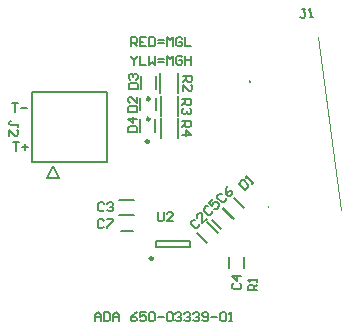
<source format=gto>
G04*
G04 #@! TF.GenerationSoftware,Altium Limited,Altium Designer,24.1.2 (44)*
G04*
G04 Layer_Color=65535*
%FSLAX44Y44*%
%MOMM*%
G71*
G04*
G04 #@! TF.SameCoordinates,9C14B213-01B7-469D-91E1-2C6BB7E4D26A*
G04*
G04*
G04 #@! TF.FilePolarity,Positive*
G04*
G01*
G75*
%ADD10C,0.1000*%
%ADD11C,0.2000*%
%ADD12C,0.2500*%
%ADD13C,0.1270*%
D10*
X87788Y-20732D02*
G03*
X87081Y-20025I-353J353D01*
G01*
D02*
G03*
X87788Y-20732I353J-353D01*
G01*
X129558Y123358D02*
X148811Y-22880D01*
D11*
X72004Y85522D02*
G03*
X71013Y85392I-496J-65D01*
G01*
D02*
G03*
X72004Y85522I496J65D01*
G01*
D02*
G03*
X71013Y85392I-496J-65D01*
G01*
X54266Y-72695D02*
Y-62695D01*
X66966Y-72695D02*
Y-62695D01*
X-21228Y61082D02*
Y71582D01*
X-7728Y61082D02*
Y71582D01*
X-4314Y75966D02*
Y92690D01*
X10410Y75966D02*
Y92690D01*
X-3806Y37612D02*
Y54336D01*
X10918Y37612D02*
Y54336D01*
X-4060Y56408D02*
Y73132D01*
X10664Y56408D02*
Y73132D01*
X-8639Y42506D02*
Y53506D01*
X-21236Y42506D02*
Y53506D01*
X-20728Y79082D02*
Y90082D01*
X-8228Y79082D02*
Y90082D01*
X26631Y-42418D02*
X35560Y-51347D01*
Y-33489D02*
X44489Y-42418D01*
X-37709Y-27483D02*
X-27209D01*
X-37762Y-41040D02*
X-27262D01*
X-39080Y-27396D02*
X-26452D01*
X-39080Y-14768D02*
X-26452D01*
X48983Y-21590D02*
X57912Y-30519D01*
Y-12661D02*
X66841Y-21590D01*
X48891Y-22246D02*
X56315Y-29671D01*
X39267Y-31795D02*
X46691Y-39219D01*
X-7896Y-54570D02*
Y-49570D01*
X21104Y-54570D02*
Y-49570D01*
X-7896Y-54570D02*
X21104D01*
X-7896Y-49570D02*
X21104D01*
D12*
X-13228Y53832D02*
G03*
X-13228Y53832I-1250J0D01*
G01*
X-13986Y34756D02*
G03*
X-13986Y34756I-1250J0D01*
G01*
X-13228Y70832D02*
G03*
X-13228Y70832I-1250J0D01*
G01*
X-10646Y-64320D02*
G03*
X-10646Y-64320I-1250J0D01*
G01*
D13*
X-112588Y17036D02*
Y76436D01*
X-49188D01*
Y17036D02*
Y76436D01*
X-112588Y17036D02*
X-49188D01*
X-100188Y4236D02*
X-90188D01*
X-100188D02*
X-95188Y14236D01*
X-90188Y4236D01*
X-129540Y67308D02*
X-124462D01*
X-127001D01*
Y59690D01*
X-121923Y63499D02*
X-116844D01*
X-60000Y-117500D02*
Y-112422D01*
X-57461Y-109882D01*
X-54922Y-112422D01*
Y-117500D01*
Y-113691D01*
X-60000D01*
X-52382Y-109882D02*
Y-117500D01*
X-48574D01*
X-47304Y-116230D01*
Y-111152D01*
X-48574Y-109882D01*
X-52382D01*
X-44765Y-117500D02*
Y-112422D01*
X-42226Y-109882D01*
X-39687Y-112422D01*
Y-117500D01*
Y-113691D01*
X-44765D01*
X-24451Y-109882D02*
X-26991Y-111152D01*
X-29530Y-113691D01*
Y-116230D01*
X-28260Y-117500D01*
X-25721D01*
X-24451Y-116230D01*
Y-114961D01*
X-25721Y-113691D01*
X-29530D01*
X-16834Y-109882D02*
X-21912D01*
Y-113691D01*
X-19373Y-112422D01*
X-18103D01*
X-16834Y-113691D01*
Y-116230D01*
X-18103Y-117500D01*
X-20643D01*
X-21912Y-116230D01*
X-14295Y-111152D02*
X-13025Y-109882D01*
X-10486D01*
X-9216Y-111152D01*
Y-116230D01*
X-10486Y-117500D01*
X-13025D01*
X-14295Y-116230D01*
Y-111152D01*
X-6677Y-113691D02*
X-1599D01*
X940Y-111152D02*
X2210Y-109882D01*
X4749D01*
X6019Y-111152D01*
Y-116230D01*
X4749Y-117500D01*
X2210D01*
X940Y-116230D01*
Y-111152D01*
X8558D02*
X9827Y-109882D01*
X12367D01*
X13636Y-111152D01*
Y-112422D01*
X12367Y-113691D01*
X11097D01*
X12367D01*
X13636Y-114961D01*
Y-116230D01*
X12367Y-117500D01*
X9827D01*
X8558Y-116230D01*
X16175Y-111152D02*
X17445Y-109882D01*
X19984D01*
X21254Y-111152D01*
Y-112422D01*
X19984Y-113691D01*
X18714D01*
X19984D01*
X21254Y-114961D01*
Y-116230D01*
X19984Y-117500D01*
X17445D01*
X16175Y-116230D01*
X23793Y-111152D02*
X25062Y-109882D01*
X27602D01*
X28871Y-111152D01*
Y-112422D01*
X27602Y-113691D01*
X26332D01*
X27602D01*
X28871Y-114961D01*
Y-116230D01*
X27602Y-117500D01*
X25062D01*
X23793Y-116230D01*
X31410D02*
X32680Y-117500D01*
X35219D01*
X36489Y-116230D01*
Y-111152D01*
X35219Y-109882D01*
X32680D01*
X31410Y-111152D01*
Y-112422D01*
X32680Y-113691D01*
X36489D01*
X39028D02*
X44106D01*
X46645Y-111152D02*
X47915Y-109882D01*
X50454D01*
X51724Y-111152D01*
Y-116230D01*
X50454Y-117500D01*
X47915D01*
X46645Y-116230D01*
Y-111152D01*
X54263Y-117500D02*
X56802D01*
X55533D01*
Y-109882D01*
X54263Y-111152D01*
X-28956Y107185D02*
Y105916D01*
X-26417Y103377D01*
X-23878Y105916D01*
Y107185D01*
X-26417Y103377D02*
Y99568D01*
X-21339Y107185D02*
Y99568D01*
X-16260D01*
X-13721Y107185D02*
Y99568D01*
X-11182Y102107D01*
X-8643Y99568D01*
Y107185D01*
X-6103Y102107D02*
X-1025D01*
X-6103Y104646D02*
X-1025D01*
X1514Y99568D02*
Y107185D01*
X4053Y104646D01*
X6593Y107185D01*
Y99568D01*
X14210Y105916D02*
X12940Y107185D01*
X10401D01*
X9132Y105916D01*
Y100838D01*
X10401Y99568D01*
X12940D01*
X14210Y100838D01*
Y103377D01*
X11671D01*
X16749Y107185D02*
Y99568D01*
Y103377D01*
X21828D01*
Y107185D01*
Y99568D01*
X-28702Y115570D02*
Y123188D01*
X-24893D01*
X-23624Y121918D01*
Y119379D01*
X-24893Y118109D01*
X-28702D01*
X-26163D02*
X-23624Y115570D01*
X-16006Y123188D02*
X-21084D01*
Y115570D01*
X-16006D01*
X-21084Y119379D02*
X-18545D01*
X-13467Y123188D02*
Y115570D01*
X-9658D01*
X-8389Y116840D01*
Y121918D01*
X-9658Y123188D01*
X-13467D01*
X-5849Y118109D02*
X-771D01*
X-5849Y120648D02*
X-771D01*
X1768Y115570D02*
Y123188D01*
X4307Y120648D01*
X6847Y123188D01*
Y115570D01*
X14464Y121918D02*
X13195Y123188D01*
X10655D01*
X9386Y121918D01*
Y116840D01*
X10655Y115570D01*
X13195D01*
X14464Y116840D01*
Y119379D01*
X11925D01*
X17003Y123188D02*
Y115570D01*
X22082D01*
X-129032Y34288D02*
X-123954D01*
X-126493D01*
Y26670D01*
X-121414Y30479D02*
X-116336D01*
X-118875Y33018D02*
Y27940D01*
X77479Y-91294D02*
X69981D01*
Y-87546D01*
X71231Y-86296D01*
X73730D01*
X74980Y-87546D01*
Y-91294D01*
Y-88795D02*
X77479Y-86296D01*
Y-83797D02*
Y-81298D01*
Y-82547D01*
X69981D01*
X71231Y-83797D01*
X57893Y-85402D02*
X56643Y-86651D01*
Y-89150D01*
X57893Y-90400D01*
X62891D01*
X64141Y-89150D01*
Y-86651D01*
X62891Y-85402D01*
X64141Y-79154D02*
X56643D01*
X60392Y-82903D01*
Y-77904D01*
X13971Y51814D02*
X21589D01*
Y48005D01*
X20319Y46736D01*
X17780D01*
X16510Y48005D01*
Y51814D01*
Y49275D02*
X13971Y46736D01*
Y40388D02*
X21589D01*
X17780Y44196D01*
Y39118D01*
X14479Y70610D02*
X22097D01*
Y66801D01*
X20827Y65532D01*
X18288D01*
X17018Y66801D01*
Y70610D01*
Y68071D02*
X14479Y65532D01*
X20827Y62992D02*
X22097Y61723D01*
Y59184D01*
X20827Y57914D01*
X19558D01*
X18288Y59184D01*
Y60453D01*
Y59184D01*
X17018Y57914D01*
X15749D01*
X14479Y59184D01*
Y61723D01*
X15749Y62992D01*
X14987Y90422D02*
X22605D01*
Y86613D01*
X21335Y85344D01*
X18796D01*
X17526Y86613D01*
Y90422D01*
Y87883D02*
X14987Y85344D01*
Y77726D02*
Y82804D01*
X20066Y77726D01*
X21335D01*
X22605Y78996D01*
Y81535D01*
X21335Y82804D01*
X-31495Y42674D02*
X-23877D01*
Y46483D01*
X-25147Y47752D01*
X-30225D01*
X-31495Y46483D01*
Y42674D01*
X-23877Y54100D02*
X-31495D01*
X-27686Y50292D01*
Y55370D01*
X-30987Y79250D02*
X-23369D01*
Y83059D01*
X-24639Y84328D01*
X-29717D01*
X-30987Y83059D01*
Y79250D01*
X-29717Y86868D02*
X-30987Y88137D01*
Y90676D01*
X-29717Y91946D01*
X-28448D01*
X-27178Y90676D01*
Y89407D01*
Y90676D01*
X-25908Y91946D01*
X-24639D01*
X-23369Y90676D01*
Y88137D01*
X-24639Y86868D01*
X-31495Y59984D02*
X-23877D01*
Y63793D01*
X-25147Y65062D01*
X-30225D01*
X-31495Y63793D01*
Y59984D01*
X-23877Y72680D02*
Y67602D01*
X-28956Y72680D01*
X-30225D01*
X-31495Y71410D01*
Y68871D01*
X-30225Y67602D01*
X47599Y-9516D02*
X45803Y-9516D01*
X44008Y-11312D01*
Y-13107D01*
X47599Y-16698D01*
X49394D01*
X51190Y-14903D01*
X51190Y-13107D01*
X52087Y-3232D02*
X51190Y-5925D01*
X51190Y-9516D01*
X52985Y-11312D01*
X54781D01*
X56576Y-9516D01*
X56576Y-7721D01*
X55678Y-6823D01*
X53883Y-6823D01*
X51190Y-9516D01*
X62285Y-898D02*
X67671Y-6284D01*
X70364Y-3591D01*
X70364Y-1796D01*
X66773Y1796D01*
X64978Y1796D01*
X62285Y-898D01*
X73057D02*
X74853Y898D01*
X73955Y0D01*
X68569Y5386D01*
Y3591D01*
X-51816Y-17781D02*
X-53085Y-16511D01*
X-55624D01*
X-56894Y-17781D01*
Y-22859D01*
X-55624Y-24129D01*
X-53085D01*
X-51816Y-22859D01*
X-49276Y-17781D02*
X-48007Y-16511D01*
X-45468D01*
X-44198Y-17781D01*
Y-19050D01*
X-45468Y-20320D01*
X-46737D01*
X-45468D01*
X-44198Y-21590D01*
Y-22859D01*
X-45468Y-24129D01*
X-48007D01*
X-49276Y-22859D01*
X24993Y-31360D02*
X23197Y-31360D01*
X21402Y-33156D01*
Y-34951D01*
X24993Y-38542D01*
X26788D01*
X28584Y-36747D01*
X28584Y-34951D01*
X34868Y-30463D02*
X31277Y-34053D01*
Y-26872D01*
X30379Y-25974D01*
X28584Y-25974D01*
X26788Y-27769D01*
Y-29565D01*
X-52070Y-32513D02*
X-53339Y-31243D01*
X-55878D01*
X-57148Y-32513D01*
Y-37591D01*
X-55878Y-38861D01*
X-53339D01*
X-52070Y-37591D01*
X-49530Y-31243D02*
X-44452D01*
Y-32513D01*
X-49530Y-37591D01*
Y-38861D01*
X36169Y-20184D02*
X34373Y-20184D01*
X32578Y-21980D01*
Y-23775D01*
X36169Y-27366D01*
X37964D01*
X39760Y-25571D01*
X39760Y-23775D01*
X40657Y-13900D02*
X37067Y-17491D01*
X39760Y-20184D01*
X40658Y-17491D01*
X41555Y-16593D01*
X43351D01*
X45146Y-18389D01*
X45146Y-20184D01*
X43351Y-21980D01*
X41555D01*
X-6348Y-25261D02*
Y-31609D01*
X-5078Y-32879D01*
X-2539D01*
X-1270Y-31609D01*
Y-25261D01*
X6348Y-32879D02*
X1270D01*
X6348Y-27800D01*
Y-26531D01*
X5078Y-25261D01*
X2539D01*
X1270Y-26531D01*
X-124715Y47244D02*
Y49783D01*
Y48513D01*
X-131063D01*
X-132333Y49783D01*
Y51052D01*
X-131063Y52322D01*
X-132333Y39626D02*
Y44704D01*
X-127254Y39626D01*
X-125985D01*
X-124715Y40896D01*
Y43435D01*
X-125985Y44704D01*
X118589Y147235D02*
X116072Y146904D01*
X117331Y147070D01*
X118159Y140776D01*
X117066Y139352D01*
X115807Y139186D01*
X114383Y140279D01*
X122101Y140014D02*
X124618Y140346D01*
X123360Y140180D01*
X122365Y147732D01*
X121272Y146308D01*
M02*

</source>
